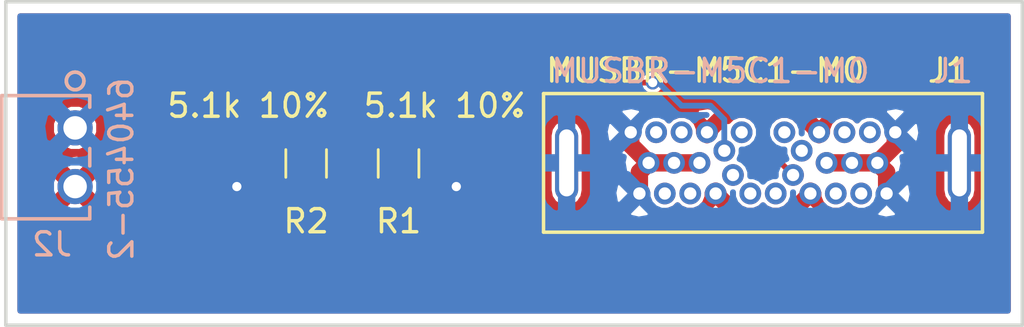
<source format=kicad_pcb>
(kicad_pcb (version 4) (host pcbnew 4.0.6)

  (general
    (links 20)
    (no_connects 0)
    (area 122.598799 102.424999 167.075001 116.575001)
    (thickness 1.6)
    (drawings 6)
    (tracks 39)
    (zones 0)
    (modules 4)
    (nets 19)
  )

  (page A4)
  (layers
    (0 F.Cu signal)
    (31 B.Cu signal)
    (32 B.Adhes user)
    (33 F.Adhes user)
    (34 B.Paste user)
    (35 F.Paste user)
    (36 B.SilkS user)
    (37 F.SilkS user)
    (38 B.Mask user)
    (39 F.Mask user)
    (40 Dwgs.User user)
    (41 Cmts.User user)
    (42 Eco1.User user)
    (43 Eco2.User user)
    (44 Edge.Cuts user)
    (45 Margin user)
    (46 B.CrtYd user)
    (47 F.CrtYd user)
    (48 B.Fab user)
    (49 F.Fab user)
  )

  (setup
    (last_trace_width 0.25)
    (user_trace_width 0.75)
    (trace_clearance 0.15)
    (zone_clearance 0.15)
    (zone_45_only yes)
    (trace_min 0.2)
    (segment_width 0.2)
    (edge_width 0.15)
    (via_size 0.6)
    (via_drill 0.4)
    (via_min_size 0.4)
    (via_min_drill 0.3)
    (uvia_size 0.3)
    (uvia_drill 0.1)
    (uvias_allowed no)
    (uvia_min_size 0.2)
    (uvia_min_drill 0.1)
    (pcb_text_width 0.3)
    (pcb_text_size 1.5 1.5)
    (mod_edge_width 0.15)
    (mod_text_size 1 1)
    (mod_text_width 0.15)
    (pad_size 0.9398 0.9398)
    (pad_drill 0.5334)
    (pad_to_mask_clearance 0.2)
    (aux_axis_origin 0 0)
    (visible_elements FFFFFF7F)
    (pcbplotparams
      (layerselection 0x31038_80000001)
      (usegerberextensions false)
      (excludeedgelayer true)
      (linewidth 0.100000)
      (plotframeref false)
      (viasonmask false)
      (mode 1)
      (useauxorigin false)
      (hpglpennumber 1)
      (hpglpenspeed 20)
      (hpglpendiameter 15)
      (hpglpenoverlay 2)
      (psnegative false)
      (psa4output false)
      (plotreference true)
      (plotvalue true)
      (plotinvisibletext false)
      (padsonsilk false)
      (subtractmaskfromsilk false)
      (outputformat 1)
      (mirror false)
      (drillshape 0)
      (scaleselection 1)
      (outputdirectory Gerbers/))
  )

  (net 0 "")
  (net 1 "Net-(J1-PadA6)")
  (net 2 VCC)
  (net 3 "Net-(J1-PadA3)")
  (net 4 "Net-(J1-PadA2)")
  (net 5 GND)
  (net 6 "Net-(J1-PadA7)")
  (net 7 "Net-(J1-PadA10)")
  (net 8 "Net-(J1-PadA11)")
  (net 9 "Net-(J1-PadB7)")
  (net 10 "Net-(J1-PadB6)")
  (net 11 "Net-(J1-PadB10)")
  (net 12 "Net-(J1-PadB11)")
  (net 13 "Net-(J1-PadB3)")
  (net 14 "Net-(J1-PadB2)")
  (net 15 "Net-(J1-PadA5)")
  (net 16 "Net-(J1-PadB8)")
  (net 17 "Net-(J1-PadA8)")
  (net 18 "Net-(J1-PadB5)")

  (net_class Default "This is the default net class."
    (clearance 0.15)
    (trace_width 0.25)
    (via_dia 0.6)
    (via_drill 0.4)
    (uvia_dia 0.3)
    (uvia_drill 0.1)
    (add_net GND)
    (add_net "Net-(J1-PadA10)")
    (add_net "Net-(J1-PadA11)")
    (add_net "Net-(J1-PadA2)")
    (add_net "Net-(J1-PadA3)")
    (add_net "Net-(J1-PadA5)")
    (add_net "Net-(J1-PadA6)")
    (add_net "Net-(J1-PadA7)")
    (add_net "Net-(J1-PadA8)")
    (add_net "Net-(J1-PadB10)")
    (add_net "Net-(J1-PadB11)")
    (add_net "Net-(J1-PadB2)")
    (add_net "Net-(J1-PadB3)")
    (add_net "Net-(J1-PadB5)")
    (add_net "Net-(J1-PadB6)")
    (add_net "Net-(J1-PadB7)")
    (add_net "Net-(J1-PadB8)")
    (add_net VCC)
  )

  (module MUSBR-M5C1-X0:MUSBR-M5C1-X0 (layer F.Cu) (tedit 5AC5198B) (tstamp 5AC5131E)
    (at 155.775001 109.475)
    (path /5AC3DA60)
    (fp_text reference J1 (at 8 -4) (layer F.SilkS)
      (effects (font (size 1 1) (thickness 0.15)))
    )
    (fp_text value MUSBR-M5C1-M0 (at -2.5 -4) (layer F.SilkS)
      (effects (font (size 1 1) (thickness 0.15)))
    )
    (fp_line (start 9.5 -3) (end -9.5 -3) (layer F.SilkS) (width 0.15))
    (fp_line (start 9.5 3) (end 9.5 -3) (layer F.SilkS) (width 0.15))
    (fp_line (start -9.5 3) (end 9.5 3) (layer F.SilkS) (width 0.15))
    (fp_line (start -9.5 -3) (end -9.5 3) (layer F.SilkS) (width 0.15))
    (pad A6 thru_hole circle (at -0.925 -1.325) (size 0.9398 0.9398) (drill 0.5334) (layers *.Cu *.Mask)
      (net 1 "Net-(J1-PadA6)") (clearance 0.01))
    (pad A4 thru_hole circle (at -2.425 -1.325) (size 0.9398 0.9398) (drill 0.5334) (layers *.Cu *.Mask)
      (net 2 VCC) (clearance 0.01))
    (pad A3 thru_hole circle (at -3.525 -1.325) (size 0.9398 0.9398) (drill 0.5334) (layers *.Cu *.Mask)
      (net 3 "Net-(J1-PadA3)") (clearance 0.01))
    (pad A2 thru_hole circle (at -4.625 -1.325) (size 0.9398 0.9398) (drill 0.5334) (layers *.Cu *.Mask)
      (net 4 "Net-(J1-PadA2)"))
    (pad A1 thru_hole circle (at -5.725 -1.325) (size 0.9398 0.9398) (drill 0.5334) (layers *.Cu *.Mask)
      (net 5 GND))
    (pad A7 thru_hole circle (at 0.925 -1.325) (size 0.9398 0.9398) (drill 0.5334) (layers *.Cu *.Mask)
      (net 6 "Net-(J1-PadA7)"))
    (pad A9 thru_hole circle (at 2.425 -1.325) (size 0.9398 0.9398) (drill 0.5334) (layers *.Cu *.Mask)
      (net 2 VCC))
    (pad A10 thru_hole circle (at 3.525 -1.325) (size 0.9398 0.9398) (drill 0.5334) (layers *.Cu *.Mask)
      (net 7 "Net-(J1-PadA10)"))
    (pad A11 thru_hole circle (at 4.625 -1.325) (size 0.9398 0.9398) (drill 0.5334) (layers *.Cu *.Mask)
      (net 8 "Net-(J1-PadA11)"))
    (pad A12 thru_hole circle (at 5.725 -1.325) (size 0.9398 0.9398) (drill 0.5334) (layers *.Cu *.Mask)
      (net 5 GND))
    (pad B7 thru_hole circle (at -0.55 1.325) (size 0.9398 0.9398) (drill 0.5334) (layers *.Cu *.Mask)
      (net 9 "Net-(J1-PadB7)"))
    (pad B6 thru_hole circle (at 0.55 1.325) (size 0.9398 0.9398) (drill 0.5334) (layers *.Cu *.Mask)
      (net 10 "Net-(J1-PadB6)"))
    (pad B9 thru_hole circle (at -2.05 1.325) (size 0.9398 0.9398) (drill 0.5334) (layers *.Cu *.Mask)
      (net 2 VCC))
    (pad B10 thru_hole circle (at -3.15 1.325) (size 0.9398 0.9398) (drill 0.5334) (layers *.Cu *.Mask)
      (net 11 "Net-(J1-PadB10)"))
    (pad B11 thru_hole circle (at -4.25 1.325) (size 0.9398 0.9398) (drill 0.5334) (layers *.Cu *.Mask)
      (net 12 "Net-(J1-PadB11)"))
    (pad B12 thru_hole circle (at -5.35 1.325) (size 0.9398 0.9398) (drill 0.5334) (layers *.Cu *.Mask)
      (net 5 GND))
    (pad B4 thru_hole circle (at 2.05 1.325) (size 0.9398 0.9398) (drill 0.5334) (layers *.Cu *.Mask)
      (net 2 VCC))
    (pad B3 thru_hole circle (at 3.15 1.325) (size 0.9398 0.9398) (drill 0.5334) (layers *.Cu *.Mask)
      (net 13 "Net-(J1-PadB3)"))
    (pad B2 thru_hole circle (at 4.25 1.325) (size 0.9398 0.9398) (drill 0.5334) (layers *.Cu *.Mask)
      (net 14 "Net-(J1-PadB2)"))
    (pad B1 thru_hole circle (at 5.35 1.325) (size 0.9398 0.9398) (drill 0.5334) (layers *.Cu *.Mask)
      (net 5 GND))
    (pad A5 thru_hole circle (at -1.675 -0.525) (size 0.9398 0.9398) (drill 0.5334) (layers *.Cu *.Mask)
      (net 15 "Net-(J1-PadA5)"))
    (pad B8 thru_hole circle (at -1.3 0.525) (size 0.9398 0.9398) (drill 0.5334) (layers *.Cu *.Mask)
      (net 16 "Net-(J1-PadB8)"))
    (pad A8 thru_hole circle (at 1.675 -0.525) (size 0.9398 0.9398) (drill 0.5334) (layers *.Cu *.Mask)
      (net 17 "Net-(J1-PadA8)"))
    (pad B5 thru_hole circle (at 1.3 0.525) (size 0.9398 0.9398) (drill 0.5334) (layers *.Cu *.Mask)
      (net 18 "Net-(J1-PadB5)"))
    (pad G3 thru_hole circle (at -2.75 0) (size 0.9398 0.9398) (drill 0.5334) (layers *.Cu *.Mask)
      (net 5 GND))
    (pad G2 thru_hole circle (at -3.85 0) (size 0.9398 0.9398) (drill 0.5334) (layers *.Cu *.Mask)
      (net 5 GND))
    (pad G1 thru_hole circle (at -4.95 0) (size 0.9398 0.9398) (drill 0.5334) (layers *.Cu *.Mask)
      (net 5 GND))
    (pad G4 thru_hole circle (at 2.75 0) (size 0.9398 0.9398) (drill 0.5334) (layers *.Cu *.Mask)
      (net 5 GND))
    (pad G5 thru_hole circle (at 3.85 0) (size 0.9398 0.9398) (drill 0.5334) (layers *.Cu *.Mask)
      (net 5 GND))
    (pad G6 thru_hole circle (at 4.95 0) (size 0.9398 0.9398) (drill 0.5334) (layers *.Cu *.Mask)
      (net 5 GND))
    (pad 0 thru_hole oval (at 8.5 0) (size 1 3.3) (drill oval 0.65 2.9) (layers *.Cu *.Mask)
      (net 5 GND))
    (pad 0 thru_hole oval (at -8.5 0) (size 1 3.3) (drill oval 0.65 2.9) (layers *.Cu *.Mask)
      (net 5 GND))
  )

  (module 640455-2:640455-2 (layer B.Cu) (tedit 5AC50D21) (tstamp 5AC51332)
    (at 126 110.5 270)
    (path /5AC3DB4D)
    (fp_text reference J2 (at 2.5 1 540) (layer B.SilkS)
      (effects (font (size 1 1) (thickness 0.15)) (justify mirror))
    )
    (fp_text value 640455-2 (at -0.75 -2 270) (layer B.SilkS)
      (effects (font (size 1 1) (thickness 0.15)) (justify mirror))
    )
    (fp_text user "Copyright 2016 Accelerated Designs. All rights reserved." (at 0 0 270) (layer Cmts.User)
      (effects (font (size 0.127 0.127) (thickness 0.002)))
    )
    (fp_line (start -3.937 -0.635) (end -3.431757 -0.635) (layer B.SilkS) (width 0.1524))
    (fp_line (start 1.397 -0.635) (end 1.397 3.175) (layer B.SilkS) (width 0.1524))
    (fp_line (start 1.397 3.175) (end -3.937 3.175) (layer B.SilkS) (width 0.1524))
    (fp_line (start -3.937 3.175) (end -3.937 -0.635) (layer B.SilkS) (width 0.1524))
    (fp_line (start -3.81 -0.508) (end 1.27 -0.508) (layer Dwgs.User) (width 0.1524))
    (fp_line (start 1.27 -0.508) (end 1.27 3.048) (layer Dwgs.User) (width 0.1524))
    (fp_line (start 1.27 3.048) (end -3.81 3.048) (layer Dwgs.User) (width 0.1524))
    (fp_line (start -3.81 3.048) (end -3.81 -0.508) (layer Dwgs.User) (width 0.1524))
    (fp_line (start -1.648243 -0.635) (end -0.891757 -0.635) (layer B.SilkS) (width 0.1524))
    (fp_line (start 0.891757 -0.635) (end 1.397 -0.635) (layer B.SilkS) (width 0.1524))
    (fp_circle (center -4.572 0) (end -4.191 0) (layer B.SilkS) (width 0.1524))
    (fp_circle (center -4.572 0) (end -4.191 0) (layer F.SilkS) (width 0.1524))
    (fp_circle (center -4.572 0) (end -4.191 0) (layer Dwgs.User) (width 0.1524))
    (pad 1 thru_hole circle (at -2.54 0 270) (size 1.524 1.524) (drill 1.016) (layers *.Cu *.Mask)
      (net 5 GND))
    (pad 2 thru_hole circle (at 0 0 270) (size 1.524 1.524) (drill 1.016) (layers *.Cu *.Mask)
      (net 2 VCC))
  )

  (module Resistors_SMD:R_0805 (layer F.Cu) (tedit 5AC51E4F) (tstamp 5AC51343)
    (at 140 109.5 270)
    (descr "Resistor SMD 0805, reflow soldering, Vishay (see dcrcw.pdf)")
    (tags "resistor 0805")
    (path /5AC3F2EA)
    (attr smd)
    (fp_text reference R1 (at 2.5 0 360) (layer F.SilkS)
      (effects (font (size 1 1) (thickness 0.15)))
    )
    (fp_text value "5.1k 10%" (at -2.5 -2 360) (layer F.SilkS)
      (effects (font (size 1 1) (thickness 0.15)))
    )
    (fp_text user %R (at 0 0 270) (layer F.Fab)
      (effects (font (size 0.5 0.5) (thickness 0.075)))
    )
    (fp_line (start -1 0.62) (end -1 -0.62) (layer F.Fab) (width 0.1))
    (fp_line (start 1 0.62) (end -1 0.62) (layer F.Fab) (width 0.1))
    (fp_line (start 1 -0.62) (end 1 0.62) (layer F.Fab) (width 0.1))
    (fp_line (start -1 -0.62) (end 1 -0.62) (layer F.Fab) (width 0.1))
    (fp_line (start 0.6 0.88) (end -0.6 0.88) (layer F.SilkS) (width 0.12))
    (fp_line (start -0.6 -0.88) (end 0.6 -0.88) (layer F.SilkS) (width 0.12))
    (fp_line (start -1.55 -0.9) (end 1.55 -0.9) (layer F.CrtYd) (width 0.05))
    (fp_line (start -1.55 -0.9) (end -1.55 0.9) (layer F.CrtYd) (width 0.05))
    (fp_line (start 1.55 0.9) (end 1.55 -0.9) (layer F.CrtYd) (width 0.05))
    (fp_line (start 1.55 0.9) (end -1.55 0.9) (layer F.CrtYd) (width 0.05))
    (pad 1 smd rect (at -0.95 0 270) (size 0.7 1.3) (layers F.Cu F.Paste F.Mask)
      (net 15 "Net-(J1-PadA5)"))
    (pad 2 smd rect (at 0.95 0 270) (size 0.7 1.3) (layers F.Cu F.Paste F.Mask)
      (net 5 GND))
    (model ${KISYS3DMOD}/Resistors_SMD.3dshapes/R_0805.wrl
      (at (xyz 0 0 0))
      (scale (xyz 1 1 1))
      (rotate (xyz 0 0 0))
    )
  )

  (module Resistors_SMD:R_0805 (layer F.Cu) (tedit 5AC51E4C) (tstamp 5AC51354)
    (at 136 109.5 270)
    (descr "Resistor SMD 0805, reflow soldering, Vishay (see dcrcw.pdf)")
    (tags "resistor 0805")
    (path /5AC3DBB4)
    (attr smd)
    (fp_text reference R2 (at 2.5 0 360) (layer F.SilkS)
      (effects (font (size 1 1) (thickness 0.15)))
    )
    (fp_text value "5.1k 10%" (at -2.5 2.5 360) (layer F.SilkS)
      (effects (font (size 1 1) (thickness 0.15)))
    )
    (fp_text user %R (at 0 0 270) (layer F.Fab)
      (effects (font (size 0.5 0.5) (thickness 0.075)))
    )
    (fp_line (start -1 0.62) (end -1 -0.62) (layer F.Fab) (width 0.1))
    (fp_line (start 1 0.62) (end -1 0.62) (layer F.Fab) (width 0.1))
    (fp_line (start 1 -0.62) (end 1 0.62) (layer F.Fab) (width 0.1))
    (fp_line (start -1 -0.62) (end 1 -0.62) (layer F.Fab) (width 0.1))
    (fp_line (start 0.6 0.88) (end -0.6 0.88) (layer F.SilkS) (width 0.12))
    (fp_line (start -0.6 -0.88) (end 0.6 -0.88) (layer F.SilkS) (width 0.12))
    (fp_line (start -1.55 -0.9) (end 1.55 -0.9) (layer F.CrtYd) (width 0.05))
    (fp_line (start -1.55 -0.9) (end -1.55 0.9) (layer F.CrtYd) (width 0.05))
    (fp_line (start 1.55 0.9) (end 1.55 -0.9) (layer F.CrtYd) (width 0.05))
    (fp_line (start 1.55 0.9) (end -1.55 0.9) (layer F.CrtYd) (width 0.05))
    (pad 1 smd rect (at -0.95 0 270) (size 0.7 1.3) (layers F.Cu F.Paste F.Mask)
      (net 18 "Net-(J1-PadB5)"))
    (pad 2 smd rect (at 0.95 0 270) (size 0.7 1.3) (layers F.Cu F.Paste F.Mask)
      (net 5 GND))
    (model ${KISYS3DMOD}/Resistors_SMD.3dshapes/R_0805.wrl
      (at (xyz 0 0 0))
      (scale (xyz 1 1 1))
      (rotate (xyz 0 0 0))
    )
  )

  (gr_line (start 123 102.5) (end 123 116.5) (angle 90) (layer Edge.Cuts) (width 0.15))
  (gr_line (start 167 102.5) (end 123 102.5) (angle 90) (layer Edge.Cuts) (width 0.15))
  (gr_line (start 167 116.5) (end 167 102.5) (angle 90) (layer Edge.Cuts) (width 0.15))
  (gr_line (start 123 116.5) (end 167 116.5) (angle 90) (layer Edge.Cuts) (width 0.15))
  (gr_text MUSBR-M5C1-M0 (at 153.5 105.5) (layer B.SilkS)
    (effects (font (size 1 1) (thickness 0.15)))
  )
  (gr_text J1 (at 164 105.5) (layer B.SilkS)
    (effects (font (size 1 1) (thickness 0.15)))
  )

  (segment (start 136 110.45) (end 133.05 110.45) (width 0.25) (layer F.Cu) (net 5))
  (via (at 133 110.5) (size 0.6) (drill 0.4) (layers F.Cu B.Cu) (net 5))
  (segment (start 133.05 110.45) (end 133 110.5) (width 0.25) (layer F.Cu) (net 5) (tstamp 5AC51CE5))
  (segment (start 140 110.45) (end 142.45 110.45) (width 0.25) (layer F.Cu) (net 5))
  (via (at 142.5 110.5) (size 0.6) (drill 0.4) (layers F.Cu B.Cu) (net 5))
  (segment (start 142.45 110.45) (end 142.5 110.5) (width 0.25) (layer F.Cu) (net 5) (tstamp 5AC51CE0))
  (segment (start 153.025001 109.475) (end 151.925001 109.475) (width 0.75) (layer F.Cu) (net 5))
  (segment (start 151.925001 109.475) (end 150.825001 109.475) (width 0.75) (layer F.Cu) (net 5) (tstamp 5AC51AE0))
  (segment (start 159.625001 109.475) (end 160.725001 109.475) (width 0.75) (layer F.Cu) (net 5))
  (segment (start 158.525001 109.475) (end 159.625001 109.475) (width 0.75) (layer F.Cu) (net 5))
  (segment (start 150.050001 108.7) (end 150.050001 108.15) (width 0.75) (layer F.Cu) (net 5) (tstamp 5AC51409))
  (segment (start 150.425001 109.875) (end 150.425001 110.8) (width 0.75) (layer F.Cu) (net 5) (tstamp 5AC51406))
  (segment (start 161.500001 108.7) (end 161.500001 108.15) (width 0.75) (layer F.Cu) (net 5) (tstamp 5AC51401))
  (segment (start 160.725001 109.475) (end 161.500001 108.7) (width 0.75) (layer F.Cu) (net 5))
  (segment (start 161.125001 109.875) (end 161.125001 110.8) (width 0.75) (layer F.Cu) (net 5) (tstamp 5AC513FE))
  (segment (start 160.725001 109.475) (end 161.125001 109.875) (width 0.75) (layer F.Cu) (net 5) (tstamp 5AC513FD))
  (segment (start 150.825001 109.475) (end 150.050001 108.7) (width 0.75) (layer F.Cu) (net 5))
  (segment (start 150.825001 109.475) (end 150.425001 109.875) (width 0.75) (layer F.Cu) (net 5) (tstamp 5AC51405))
  (segment (start 152 106.75) (end 151.25 106) (width 0.25) (layer B.Cu) (net 15))
  (segment (start 152 106.75) (end 152.25 107) (width 0.25) (layer B.Cu) (net 15))
  (segment (start 153.5 107) (end 154.1 107.6) (width 0.25) (layer B.Cu) (net 15) (tstamp 5AC51B37))
  (segment (start 152.25 107) (end 153.5 107) (width 0.25) (layer B.Cu) (net 15) (tstamp 5AC51B36))
  (segment (start 154.1 108.949999) (end 154.1 107.6) (width 0.25) (layer B.Cu) (net 15) (tstamp 5AC5148F))
  (segment (start 140 107) (end 140 108.55) (width 0.25) (layer F.Cu) (net 15) (tstamp 5AC51CCD))
  (segment (start 141 106) (end 140 107) (width 0.25) (layer F.Cu) (net 15) (tstamp 5AC51CCB))
  (segment (start 151 106) (end 141 106) (width 0.25) (layer F.Cu) (net 15) (tstamp 5AC51CCA))
  (via (at 151 106) (size 0.6) (drill 0.4) (layers F.Cu B.Cu) (net 15))
  (segment (start 151.25 106) (end 151 106) (width 0.25) (layer B.Cu) (net 15) (tstamp 5AC51CC8))
  (segment (start 154.100001 108.95) (end 154.1 108.949999) (width 0.25) (layer B.Cu) (net 15))
  (segment (start 150.5 105) (end 137.5 105) (width 0.25) (layer F.Cu) (net 18))
  (segment (start 156.575001 109.5) (end 156.25 109.5) (width 0.25) (layer F.Cu) (net 18) (tstamp 5AC51BBB))
  (segment (start 156.25 109.5) (end 155.75 109) (width 0.25) (layer F.Cu) (net 18) (tstamp 5AC51BC1))
  (segment (start 155.75 109) (end 155.75 107.75) (width 0.25) (layer F.Cu) (net 18) (tstamp 5AC51BC3))
  (segment (start 155.75 107.75) (end 155.75 107) (width 0.25) (layer F.Cu) (net 18) (tstamp 5AC51B40))
  (segment (start 157.075001 110) (end 156.575001 109.5) (width 0.25) (layer F.Cu) (net 18))
  (segment (start 153.75 105) (end 150.5 105) (width 0.25) (layer F.Cu) (net 18) (tstamp 5AC51CD5))
  (segment (start 155.75 107) (end 153.75 105) (width 0.25) (layer F.Cu) (net 18))
  (segment (start 136 106.5) (end 136 108.55) (width 0.25) (layer F.Cu) (net 18) (tstamp 5AC51CDD))
  (segment (start 137.5 105) (end 136 106.5) (width 0.25) (layer F.Cu) (net 18) (tstamp 5AC51CDC))

  (zone (net 0) (net_name "") (layer F.Cu) (tstamp 5AC51460) (hatch edge 0.508)
    (connect_pads (clearance 0.15))
    (min_thickness 0.254)
    (keepout (tracks allowed) (vias allowed) (copperpour not_allowed))
    (fill (arc_segments 16) (thermal_gap 0.508) (thermal_bridge_width 0.75))
    (polygon
      (pts
        (xy 151 107) (xy 149 107) (xy 149 112) (xy 151.5 112) (xy 151.5 107)
      )
    )
  )
  (zone (net 0) (net_name "") (layer F.Cu) (tstamp 5AC51462) (hatch edge 0.508)
    (connect_pads (clearance 0.15))
    (min_thickness 0.254)
    (keepout (tracks allowed) (vias allowed) (copperpour not_allowed))
    (fill (arc_segments 16) (thermal_gap 0.508) (thermal_bridge_width 0.75))
    (polygon
      (pts
        (xy 162.5 112) (xy 160 112) (xy 160 107) (xy 162.5 107)
      )
    )
  )
  (zone (net 5) (net_name GND) (layer B.Cu) (tstamp 5AC51CE9) (hatch edge 0.508)
    (connect_pads (clearance 0.15))
    (min_thickness 0.254)
    (fill yes (arc_segments 16) (thermal_gap 0.508) (thermal_bridge_width 0.75))
    (polygon
      (pts
        (xy 166.5 113.5) (xy 166.5 103) (xy 123.5 103) (xy 123.5 116) (xy 166.5 116)
      )
    )
    (filled_polygon
      (pts
        (xy 166.373 115.873) (xy 123.627 115.873) (xy 123.627 110.705763) (xy 124.96082 110.705763) (xy 125.118665 111.087777)
        (xy 125.410685 111.380308) (xy 125.792423 111.538819) (xy 126.205763 111.53918) (xy 126.587777 111.381335) (xy 126.880308 111.089315)
        (xy 127.038819 110.707577) (xy 127.03918 110.294237) (xy 126.881335 109.912223) (xy 126.692443 109.723) (xy 146.140001 109.723)
        (xy 146.140001 110.873) (xy 146.321303 111.288468) (xy 146.647797 111.602929) (xy 146.856792 111.680142) (xy 147.027001 111.569225)
        (xy 147.027001 109.723) (xy 147.523001 109.723) (xy 147.523001 111.569225) (xy 147.69321 111.680142) (xy 147.828936 111.629998)
        (xy 149.927273 111.629998) (xy 149.967474 111.829453) (xy 150.396256 111.926179) (xy 150.829414 111.851454) (xy 150.882528 111.829453)
        (xy 150.922729 111.629998) (xy 160.627273 111.629998) (xy 160.667474 111.829453) (xy 161.096256 111.926179) (xy 161.529414 111.851454)
        (xy 161.582528 111.829453) (xy 161.622729 111.629998) (xy 161.125001 111.132269) (xy 160.627273 111.629998) (xy 150.922729 111.629998)
        (xy 150.425001 111.132269) (xy 149.927273 111.629998) (xy 147.828936 111.629998) (xy 147.902205 111.602929) (xy 148.228699 111.288468)
        (xy 148.410001 110.873) (xy 148.410001 110.771255) (xy 149.298822 110.771255) (xy 149.373547 111.204413) (xy 149.395548 111.257527)
        (xy 149.595003 111.297728) (xy 150.092732 110.8) (xy 149.595003 110.302272) (xy 149.395548 110.342473) (xy 149.298822 110.771255)
        (xy 148.410001 110.771255) (xy 148.410001 109.723) (xy 147.523001 109.723) (xy 147.027001 109.723) (xy 146.140001 109.723)
        (xy 126.692443 109.723) (xy 126.589315 109.619692) (xy 126.207577 109.461181) (xy 125.794237 109.46082) (xy 125.412223 109.618665)
        (xy 125.119692 109.910685) (xy 124.961181 110.292423) (xy 124.96082 110.705763) (xy 123.627 110.705763) (xy 123.627 109.012941)
        (xy 125.297784 109.012941) (xy 125.376201 109.240509) (xy 125.913714 109.381753) (xy 126.464364 109.306549) (xy 126.623799 109.240509)
        (xy 126.702216 109.012941) (xy 126 108.310725) (xy 125.297784 109.012941) (xy 123.627 109.012941) (xy 123.627 107.873714)
        (xy 124.578247 107.873714) (xy 124.653451 108.424364) (xy 124.719491 108.583799) (xy 124.947059 108.662216) (xy 125.649275 107.96)
        (xy 126.350725 107.96) (xy 127.052941 108.662216) (xy 127.280509 108.583799) (xy 127.413682 108.077) (xy 146.140001 108.077)
        (xy 146.140001 109.227) (xy 147.027001 109.227) (xy 147.027001 107.380775) (xy 147.523001 107.380775) (xy 147.523001 109.227)
        (xy 148.410001 109.227) (xy 148.410001 108.979998) (xy 149.552273 108.979998) (xy 149.592474 109.179453) (xy 149.750944 109.215201)
        (xy 149.698822 109.446255) (xy 149.773547 109.879413) (xy 149.795548 109.932527) (xy 149.929389 109.959503) (xy 149.927273 109.970002)
        (xy 150.343682 110.386412) (xy 150.367474 110.504453) (xy 150.549534 110.545523) (xy 150.778123 110.774112) (xy 150.778119 110.779151)
        (xy 150.75727 110.8) (xy 150.778082 110.820812) (xy 150.777971 110.947916) (xy 150.89144 111.222532) (xy 151.101364 111.432822)
        (xy 151.375782 111.54677) (xy 151.672917 111.54703) (xy 151.947533 111.433561) (xy 152.075039 111.306277) (xy 152.201364 111.432822)
        (xy 152.475782 111.54677) (xy 152.772917 111.54703) (xy 153.047533 111.433561) (xy 153.175039 111.306277) (xy 153.301364 111.432822)
        (xy 153.575782 111.54677) (xy 153.872917 111.54703) (xy 154.147533 111.433561) (xy 154.357823 111.223637) (xy 154.471771 110.949219)
        (xy 154.471948 110.746898) (xy 154.478147 110.746903) (xy 154.477971 110.947916) (xy 154.59144 111.222532) (xy 154.801364 111.432822)
        (xy 155.075782 111.54677) (xy 155.372917 111.54703) (xy 155.647533 111.433561) (xy 155.775039 111.306277) (xy 155.901364 111.432822)
        (xy 156.175782 111.54677) (xy 156.472917 111.54703) (xy 156.747533 111.433561) (xy 156.957823 111.223637) (xy 157.071771 110.949219)
        (xy 157.071948 110.746898) (xy 157.078147 110.746903) (xy 157.077971 110.947916) (xy 157.19144 111.222532) (xy 157.401364 111.432822)
        (xy 157.675782 111.54677) (xy 157.972917 111.54703) (xy 158.247533 111.433561) (xy 158.375039 111.306277) (xy 158.501364 111.432822)
        (xy 158.775782 111.54677) (xy 159.072917 111.54703) (xy 159.347533 111.433561) (xy 159.475039 111.306277) (xy 159.601364 111.432822)
        (xy 159.875782 111.54677) (xy 160.172917 111.54703) (xy 160.447533 111.433561) (xy 160.657823 111.223637) (xy 160.771771 110.949219)
        (xy 160.771883 110.820849) (xy 160.792732 110.8) (xy 161.45727 110.8) (xy 161.954999 111.297728) (xy 162.154454 111.257527)
        (xy 162.25118 110.828745) (xy 162.176455 110.395587) (xy 162.154454 110.342473) (xy 161.954999 110.302272) (xy 161.45727 110.8)
        (xy 160.792732 110.8) (xy 160.77192 110.779188) (xy 160.771924 110.774067) (xy 160.99663 110.549361) (xy 161.129414 110.526454)
        (xy 161.182528 110.504453) (xy 161.20632 110.386412) (xy 161.622729 109.970002) (xy 161.620613 109.959503) (xy 161.754454 109.932527)
        (xy 161.801719 109.723) (xy 163.140001 109.723) (xy 163.140001 110.873) (xy 163.321303 111.288468) (xy 163.647797 111.602929)
        (xy 163.856792 111.680142) (xy 164.027001 111.569225) (xy 164.027001 109.723) (xy 164.523001 109.723) (xy 164.523001 111.569225)
        (xy 164.69321 111.680142) (xy 164.902205 111.602929) (xy 165.228699 111.288468) (xy 165.410001 110.873) (xy 165.410001 109.723)
        (xy 164.523001 109.723) (xy 164.027001 109.723) (xy 163.140001 109.723) (xy 161.801719 109.723) (xy 161.85118 109.503745)
        (xy 161.802077 109.219108) (xy 161.904414 109.201454) (xy 161.957528 109.179453) (xy 161.997729 108.979998) (xy 161.500001 108.482269)
        (xy 161.476631 108.50564) (xy 161.146879 108.175888) (xy 161.146883 108.170849) (xy 161.167732 108.15) (xy 161.83227 108.15)
        (xy 162.329999 108.647728) (xy 162.529454 108.607527) (xy 162.62618 108.178745) (xy 162.608628 108.077) (xy 163.140001 108.077)
        (xy 163.140001 109.227) (xy 164.027001 109.227) (xy 164.027001 107.380775) (xy 164.523001 107.380775) (xy 164.523001 109.227)
        (xy 165.410001 109.227) (xy 165.410001 108.077) (xy 165.228699 107.661532) (xy 164.902205 107.347071) (xy 164.69321 107.269858)
        (xy 164.523001 107.380775) (xy 164.027001 107.380775) (xy 163.856792 107.269858) (xy 163.647797 107.347071) (xy 163.321303 107.661532)
        (xy 163.140001 108.077) (xy 162.608628 108.077) (xy 162.551455 107.745587) (xy 162.529454 107.692473) (xy 162.329999 107.652272)
        (xy 161.83227 108.15) (xy 161.167732 108.15) (xy 161.14692 108.129188) (xy 161.147031 108.002084) (xy 161.033562 107.727468)
        (xy 160.823638 107.517178) (xy 160.54922 107.40323) (xy 160.252085 107.40297) (xy 159.977469 107.516439) (xy 159.849963 107.643723)
        (xy 159.723638 107.517178) (xy 159.44922 107.40323) (xy 159.152085 107.40297) (xy 158.877469 107.516439) (xy 158.749963 107.643723)
        (xy 158.623638 107.517178) (xy 158.34922 107.40323) (xy 158.052085 107.40297) (xy 157.777469 107.516439) (xy 157.567179 107.726363)
        (xy 157.453231 108.000781) (xy 157.453054 108.203102) (xy 157.446855 108.203097) (xy 157.447031 108.002084) (xy 157.333562 107.727468)
        (xy 157.123638 107.517178) (xy 156.84922 107.40323) (xy 156.552085 107.40297) (xy 156.277469 107.516439) (xy 156.067179 107.726363)
        (xy 155.953231 108.000781) (xy 155.952971 108.297916) (xy 156.06644 108.572532) (xy 156.276364 108.782822) (xy 156.550782 108.89677)
        (xy 156.703147 108.896903) (xy 156.702971 109.097916) (xy 156.790378 109.309456) (xy 156.652469 109.366439) (xy 156.442179 109.576363)
        (xy 156.328231 109.850781) (xy 156.328054 110.053102) (xy 156.177085 110.05297) (xy 155.902469 110.166439) (xy 155.774963 110.293723)
        (xy 155.648638 110.167178) (xy 155.37422 110.05323) (xy 155.221855 110.053097) (xy 155.222031 109.852084) (xy 155.108562 109.577468)
        (xy 154.898638 109.367178) (xy 154.759496 109.309401) (xy 154.846771 109.099219) (xy 154.846948 108.896898) (xy 154.997917 108.89703)
        (xy 155.272533 108.783561) (xy 155.482823 108.573637) (xy 155.596771 108.299219) (xy 155.597031 108.002084) (xy 155.483562 107.727468)
        (xy 155.273638 107.517178) (xy 154.99922 107.40323) (xy 154.702085 107.40297) (xy 154.480981 107.494328) (xy 154.4714 107.446161)
        (xy 154.387103 107.320002) (xy 161.002273 107.320002) (xy 161.500001 107.817731) (xy 161.997729 107.320002) (xy 161.957528 107.120547)
        (xy 161.528746 107.023821) (xy 161.095588 107.098546) (xy 161.042474 107.120547) (xy 161.002273 107.320002) (xy 154.387103 107.320002)
        (xy 154.384257 107.315743) (xy 153.784257 106.715743) (xy 153.653839 106.6286) (xy 153.5 106.598) (xy 152.416514 106.598)
        (xy 151.534257 105.715743) (xy 151.496414 105.690457) (xy 151.489442 105.673583) (xy 151.327271 105.511129) (xy 151.115276 105.4231)
        (xy 150.885731 105.4229) (xy 150.673583 105.510558) (xy 150.511129 105.672729) (xy 150.4231 105.884724) (xy 150.4229 106.114269)
        (xy 150.510558 106.326417) (xy 150.672729 106.488871) (xy 150.884724 106.5769) (xy 151.114269 106.5771) (xy 151.21639 106.534904)
        (xy 151.965743 107.284257) (xy 152.096161 107.3714) (xy 152.25 107.402) (xy 153.333486 107.402) (xy 153.334572 107.403086)
        (xy 153.202085 107.40297) (xy 152.927469 107.516439) (xy 152.799963 107.643723) (xy 152.673638 107.517178) (xy 152.39922 107.40323)
        (xy 152.102085 107.40297) (xy 151.827469 107.516439) (xy 151.699963 107.643723) (xy 151.573638 107.517178) (xy 151.29922 107.40323)
        (xy 151.002085 107.40297) (xy 150.727469 107.516439) (xy 150.517179 107.726363) (xy 150.403231 108.000781) (xy 150.403119 108.129151)
        (xy 150.38227 108.15) (xy 150.403082 108.170812) (xy 150.403078 108.175933) (xy 150.073371 108.50564) (xy 150.050001 108.482269)
        (xy 149.552273 108.979998) (xy 148.410001 108.979998) (xy 148.410001 108.121255) (xy 148.923822 108.121255) (xy 148.998547 108.554413)
        (xy 149.020548 108.607527) (xy 149.220003 108.647728) (xy 149.717732 108.15) (xy 149.220003 107.652272) (xy 149.020548 107.692473)
        (xy 148.923822 108.121255) (xy 148.410001 108.121255) (xy 148.410001 108.077) (xy 148.228699 107.661532) (xy 147.902205 107.347071)
        (xy 147.828937 107.320002) (xy 149.552273 107.320002) (xy 150.050001 107.817731) (xy 150.547729 107.320002) (xy 150.507528 107.120547)
        (xy 150.078746 107.023821) (xy 149.645588 107.098546) (xy 149.592474 107.120547) (xy 149.552273 107.320002) (xy 147.828937 107.320002)
        (xy 147.69321 107.269858) (xy 147.523001 107.380775) (xy 147.027001 107.380775) (xy 146.856792 107.269858) (xy 146.647797 107.347071)
        (xy 146.321303 107.661532) (xy 146.140001 108.077) (xy 127.413682 108.077) (xy 127.421753 108.046286) (xy 127.346549 107.495636)
        (xy 127.280509 107.336201) (xy 127.052941 107.257784) (xy 126.350725 107.96) (xy 125.649275 107.96) (xy 124.947059 107.257784)
        (xy 124.719491 107.336201) (xy 124.578247 107.873714) (xy 123.627 107.873714) (xy 123.627 106.907059) (xy 125.297784 106.907059)
        (xy 126 107.609275) (xy 126.702216 106.907059) (xy 126.623799 106.679491) (xy 126.086286 106.538247) (xy 125.535636 106.613451)
        (xy 125.376201 106.679491) (xy 125.297784 106.907059) (xy 123.627 106.907059) (xy 123.627 103.127) (xy 166.373 103.127)
      )
    )
  )
  (zone (net 2) (net_name VCC) (layer F.Cu) (tstamp 5AC51D0E) (hatch edge 0.508)
    (connect_pads (clearance 0.15))
    (min_thickness 0.254)
    (fill yes (arc_segments 16) (thermal_gap 0.508) (thermal_bridge_width 0.75))
    (polygon
      (pts
        (xy 166.5 116) (xy 123.5 116) (xy 123.5 103) (xy 166.5 103)
      )
    )
    (filled_polygon
      (pts
        (xy 166.373 115.873) (xy 123.627 115.873) (xy 123.627 111.552941) (xy 125.297784 111.552941) (xy 125.376201 111.780509)
        (xy 125.913714 111.921753) (xy 126.464364 111.846549) (xy 126.623799 111.780509) (xy 126.702216 111.552941) (xy 126 110.850725)
        (xy 125.297784 111.552941) (xy 123.627 111.552941) (xy 123.627 110.413714) (xy 124.578247 110.413714) (xy 124.653451 110.964364)
        (xy 124.719491 111.123799) (xy 124.947059 111.202216) (xy 125.649275 110.5) (xy 126.350725 110.5) (xy 127.052941 111.202216)
        (xy 127.280509 111.123799) (xy 127.414399 110.614269) (xy 132.4229 110.614269) (xy 132.510558 110.826417) (xy 132.672729 110.988871)
        (xy 132.884724 111.0769) (xy 133.114269 111.0771) (xy 133.326417 110.989442) (xy 133.464099 110.852) (xy 135.077359 110.852)
        (xy 135.086889 110.90265) (xy 135.147555 110.996927) (xy 135.24012 111.060175) (xy 135.35 111.082426) (xy 136.65 111.082426)
        (xy 136.75265 111.063111) (xy 136.846927 111.002445) (xy 136.910175 110.90988) (xy 136.932426 110.8) (xy 136.932426 110.1)
        (xy 139.067574 110.1) (xy 139.067574 110.8) (xy 139.086889 110.90265) (xy 139.147555 110.996927) (xy 139.24012 111.060175)
        (xy 139.35 111.082426) (xy 140.65 111.082426) (xy 140.75265 111.063111) (xy 140.846927 111.002445) (xy 140.910175 110.90988)
        (xy 140.921896 110.852) (xy 142.036096 110.852) (xy 142.172729 110.988871) (xy 142.384724 111.0769) (xy 142.614269 111.0771)
        (xy 142.826417 110.989442) (xy 142.988871 110.827271) (xy 143.0769 110.615276) (xy 143.0771 110.385731) (xy 142.989442 110.173583)
        (xy 142.827271 110.011129) (xy 142.615276 109.9231) (xy 142.385731 109.9229) (xy 142.173583 110.010558) (xy 142.136076 110.048)
        (xy 140.922641 110.048) (xy 140.913111 109.99735) (xy 140.852445 109.903073) (xy 140.75988 109.839825) (xy 140.65 109.817574)
        (xy 139.35 109.817574) (xy 139.24735 109.836889) (xy 139.153073 109.897555) (xy 139.089825 109.99012) (xy 139.067574 110.1)
        (xy 136.932426 110.1) (xy 136.913111 109.99735) (xy 136.852445 109.903073) (xy 136.75988 109.839825) (xy 136.65 109.817574)
        (xy 135.35 109.817574) (xy 135.24735 109.836889) (xy 135.153073 109.897555) (xy 135.089825 109.99012) (xy 135.078104 110.048)
        (xy 133.364078 110.048) (xy 133.327271 110.011129) (xy 133.115276 109.9231) (xy 132.885731 109.9229) (xy 132.673583 110.010558)
        (xy 132.511129 110.172729) (xy 132.4231 110.384724) (xy 132.4229 110.614269) (xy 127.414399 110.614269) (xy 127.421753 110.586286)
        (xy 127.346549 110.035636) (xy 127.280509 109.876201) (xy 127.052941 109.797784) (xy 126.350725 110.5) (xy 125.649275 110.5)
        (xy 124.947059 109.797784) (xy 124.719491 109.876201) (xy 124.578247 110.413714) (xy 123.627 110.413714) (xy 123.627 109.447059)
        (xy 125.297784 109.447059) (xy 126 110.149275) (xy 126.702216 109.447059) (xy 126.623799 109.219491) (xy 126.086286 109.078247)
        (xy 125.535636 109.153451) (xy 125.376201 109.219491) (xy 125.297784 109.447059) (xy 123.627 109.447059) (xy 123.627 108.165763)
        (xy 124.96082 108.165763) (xy 125.118665 108.547777) (xy 125.410685 108.840308) (xy 125.792423 108.998819) (xy 126.205763 108.99918)
        (xy 126.587777 108.841335) (xy 126.880308 108.549315) (xy 127.025355 108.2) (xy 135.067574 108.2) (xy 135.067574 108.9)
        (xy 135.086889 109.00265) (xy 135.147555 109.096927) (xy 135.24012 109.160175) (xy 135.35 109.182426) (xy 136.65 109.182426)
        (xy 136.75265 109.163111) (xy 136.846927 109.102445) (xy 136.910175 109.00988) (xy 136.932426 108.9) (xy 136.932426 108.2)
        (xy 139.067574 108.2) (xy 139.067574 108.9) (xy 139.086889 109.00265) (xy 139.147555 109.096927) (xy 139.24012 109.160175)
        (xy 139.35 109.182426) (xy 140.65 109.182426) (xy 140.75265 109.163111) (xy 140.846927 109.102445) (xy 140.910175 109.00988)
        (xy 140.932426 108.9) (xy 140.932426 108.287248) (xy 146.498001 108.287248) (xy 146.498001 110.662752) (xy 146.557147 110.960097)
        (xy 146.725579 111.212174) (xy 146.977656 111.380606) (xy 147.275001 111.439752) (xy 147.572346 111.380606) (xy 147.824423 111.212174)
        (xy 147.992855 110.960097) (xy 148.052001 110.662752) (xy 148.052001 108.287248) (xy 147.992855 107.989903) (xy 147.824423 107.737826)
        (xy 147.572346 107.569394) (xy 147.275001 107.510248) (xy 146.977656 107.569394) (xy 146.725579 107.737826) (xy 146.557147 107.989903)
        (xy 146.498001 108.287248) (xy 140.932426 108.287248) (xy 140.932426 108.2) (xy 140.913111 108.09735) (xy 140.852445 108.003073)
        (xy 140.75988 107.939825) (xy 140.65 107.917574) (xy 140.402 107.917574) (xy 140.402 107.166514) (xy 141.166514 106.402)
        (xy 150.586009 106.402) (xy 150.672729 106.488871) (xy 150.884724 106.5769) (xy 151.114269 106.5771) (xy 151.326417 106.489442)
        (xy 151.488871 106.327271) (xy 151.5769 106.115276) (xy 151.5771 105.885731) (xy 151.489442 105.673583) (xy 151.327271 105.511129)
        (xy 151.115276 105.4231) (xy 150.885731 105.4229) (xy 150.673583 105.510558) (xy 150.585988 105.598) (xy 141 105.598)
        (xy 140.846161 105.6286) (xy 140.715743 105.715743) (xy 139.715743 106.715743) (xy 139.6286 106.846161) (xy 139.598 107)
        (xy 139.598 107.917574) (xy 139.35 107.917574) (xy 139.24735 107.936889) (xy 139.153073 107.997555) (xy 139.089825 108.09012)
        (xy 139.067574 108.2) (xy 136.932426 108.2) (xy 136.913111 108.09735) (xy 136.852445 108.003073) (xy 136.75988 107.939825)
        (xy 136.65 107.917574) (xy 136.402 107.917574) (xy 136.402 106.666514) (xy 137.666514 105.402) (xy 153.583486 105.402)
        (xy 155.348 107.166514) (xy 155.348 107.59167) (xy 155.273638 107.517178) (xy 154.99922 107.40323) (xy 154.702085 107.40297)
        (xy 154.427469 107.516439) (xy 154.272685 107.670953) (xy 154.179999 107.652272) (xy 153.68227 108.15) (xy 153.705641 108.17337)
        (xy 153.373372 108.50564) (xy 153.350001 108.482269) (xy 153.326631 108.50564) (xy 152.996879 108.175888) (xy 152.996883 108.170849)
        (xy 153.017732 108.15) (xy 152.99692 108.129188) (xy 152.997031 108.002084) (xy 152.883562 107.727468) (xy 152.673638 107.517178)
        (xy 152.39922 107.40323) (xy 152.102085 107.40297) (xy 151.827469 107.516439) (xy 151.699963 107.643723) (xy 151.627 107.570633)
        (xy 151.627 107.320002) (xy 152.852273 107.320002) (xy 153.350001 107.817731) (xy 153.847729 107.320002) (xy 153.807528 107.120547)
        (xy 153.378746 107.023821) (xy 152.945588 107.098546) (xy 152.892474 107.120547) (xy 152.852273 107.320002) (xy 151.627 107.320002)
        (xy 151.627 107) (xy 151.618315 106.953841) (xy 151.591035 106.911447) (xy 151.54941 106.883006) (xy 151.5 106.873)
        (xy 149 106.873) (xy 148.953841 106.881685) (xy 148.911447 106.908965) (xy 148.883006 106.95059) (xy 148.873 107)
        (xy 148.873 112) (xy 148.881685 112.046159) (xy 148.908965 112.088553) (xy 148.95059 112.116994) (xy 149 112.127)
        (xy 151.5 112.127) (xy 151.546159 112.118315) (xy 151.588553 112.091035) (xy 151.616994 112.04941) (xy 151.627 112)
        (xy 151.627 111.629998) (xy 153.227273 111.629998) (xy 153.267474 111.829453) (xy 153.696256 111.926179) (xy 154.129414 111.851454)
        (xy 154.182528 111.829453) (xy 154.222729 111.629998) (xy 157.327273 111.629998) (xy 157.367474 111.829453) (xy 157.796256 111.926179)
        (xy 158.229414 111.851454) (xy 158.282528 111.829453) (xy 158.322729 111.629998) (xy 157.825001 111.132269) (xy 157.327273 111.629998)
        (xy 154.222729 111.629998) (xy 153.725001 111.132269) (xy 153.227273 111.629998) (xy 151.627 111.629998) (xy 151.627 111.54699)
        (xy 151.672917 111.54703) (xy 151.947533 111.433561) (xy 152.075039 111.306277) (xy 152.201364 111.432822) (xy 152.475782 111.54677)
        (xy 152.772917 111.54703) (xy 153.047533 111.433561) (xy 153.257823 111.223637) (xy 153.371771 110.949219) (xy 153.371883 110.820849)
        (xy 153.392732 110.8) (xy 153.37192 110.779188) (xy 153.371924 110.774067) (xy 153.701631 110.44436) (xy 153.725001 110.467731)
        (xy 153.748372 110.444361) (xy 154.080641 110.77663) (xy 154.05727 110.8) (xy 154.554999 111.297728) (xy 154.647828 111.279018)
        (xy 154.801364 111.432822) (xy 155.075782 111.54677) (xy 155.372917 111.54703) (xy 155.647533 111.433561) (xy 155.775039 111.306277)
        (xy 155.901364 111.432822) (xy 156.175782 111.54677) (xy 156.472917 111.54703) (xy 156.747533 111.433561) (xy 156.902317 111.279047)
        (xy 156.995003 111.297728) (xy 157.492732 110.8) (xy 157.469361 110.77663) (xy 157.801631 110.444361) (xy 157.825001 110.467731)
        (xy 157.848372 110.444361) (xy 158.178123 110.774112) (xy 158.178119 110.779151) (xy 158.15727 110.8) (xy 158.178082 110.820812)
        (xy 158.177971 110.947916) (xy 158.29144 111.222532) (xy 158.501364 111.432822) (xy 158.775782 111.54677) (xy 159.072917 111.54703)
        (xy 159.347533 111.433561) (xy 159.475039 111.306277) (xy 159.601364 111.432822) (xy 159.873 111.545615) (xy 159.873 112)
        (xy 159.881685 112.046159) (xy 159.908965 112.088553) (xy 159.95059 112.116994) (xy 160 112.127) (xy 162.5 112.127)
        (xy 162.546159 112.118315) (xy 162.588553 112.091035) (xy 162.616994 112.04941) (xy 162.627 112) (xy 162.627 108.287248)
        (xy 163.498001 108.287248) (xy 163.498001 110.662752) (xy 163.557147 110.960097) (xy 163.725579 111.212174) (xy 163.977656 111.380606)
        (xy 164.275001 111.439752) (xy 164.572346 111.380606) (xy 164.824423 111.212174) (xy 164.992855 110.960097) (xy 165.052001 110.662752)
        (xy 165.052001 108.287248) (xy 164.992855 107.989903) (xy 164.824423 107.737826) (xy 164.572346 107.569394) (xy 164.275001 107.510248)
        (xy 163.977656 107.569394) (xy 163.725579 107.737826) (xy 163.557147 107.989903) (xy 163.498001 108.287248) (xy 162.627 108.287248)
        (xy 162.627 107) (xy 162.618315 106.953841) (xy 162.591035 106.911447) (xy 162.54941 106.883006) (xy 162.5 106.873)
        (xy 160 106.873) (xy 159.953841 106.881685) (xy 159.911447 106.908965) (xy 159.883006 106.95059) (xy 159.873 107)
        (xy 159.873 107.620726) (xy 159.849963 107.643723) (xy 159.723638 107.517178) (xy 159.44922 107.40323) (xy 159.152085 107.40297)
        (xy 158.877469 107.516439) (xy 158.667179 107.726363) (xy 158.553231 108.000781) (xy 158.553119 108.129151) (xy 158.53227 108.15)
        (xy 158.553082 108.170812) (xy 158.553078 108.175933) (xy 158.223372 108.50564) (xy 158.200001 108.482269) (xy 158.176631 108.50564)
        (xy 157.844361 108.17337) (xy 157.867732 108.15) (xy 157.370003 107.652272) (xy 157.277174 107.670982) (xy 157.123638 107.517178)
        (xy 156.84922 107.40323) (xy 156.552085 107.40297) (xy 156.277469 107.516439) (xy 156.152 107.64169) (xy 156.152 107.320002)
        (xy 157.702273 107.320002) (xy 158.200001 107.817731) (xy 158.697729 107.320002) (xy 158.657528 107.120547) (xy 158.228746 107.023821)
        (xy 157.795588 107.098546) (xy 157.742474 107.120547) (xy 157.702273 107.320002) (xy 156.152 107.320002) (xy 156.152 107)
        (xy 156.1214 106.846161) (xy 156.034257 106.715743) (xy 154.034257 104.715743) (xy 153.903839 104.6286) (xy 153.75 104.598)
        (xy 137.5 104.598) (xy 137.346161 104.6286) (xy 137.215743 104.715743) (xy 135.715743 106.215743) (xy 135.6286 106.346161)
        (xy 135.598 106.5) (xy 135.598 107.917574) (xy 135.35 107.917574) (xy 135.24735 107.936889) (xy 135.153073 107.997555)
        (xy 135.089825 108.09012) (xy 135.067574 108.2) (xy 127.025355 108.2) (xy 127.038819 108.167577) (xy 127.03918 107.754237)
        (xy 126.881335 107.372223) (xy 126.589315 107.079692) (xy 126.207577 106.921181) (xy 125.794237 106.92082) (xy 125.412223 107.078665)
        (xy 125.119692 107.370685) (xy 124.961181 107.752423) (xy 124.96082 108.165763) (xy 123.627 108.165763) (xy 123.627 103.127)
        (xy 166.373 103.127)
      )
    )
  )
)

</source>
